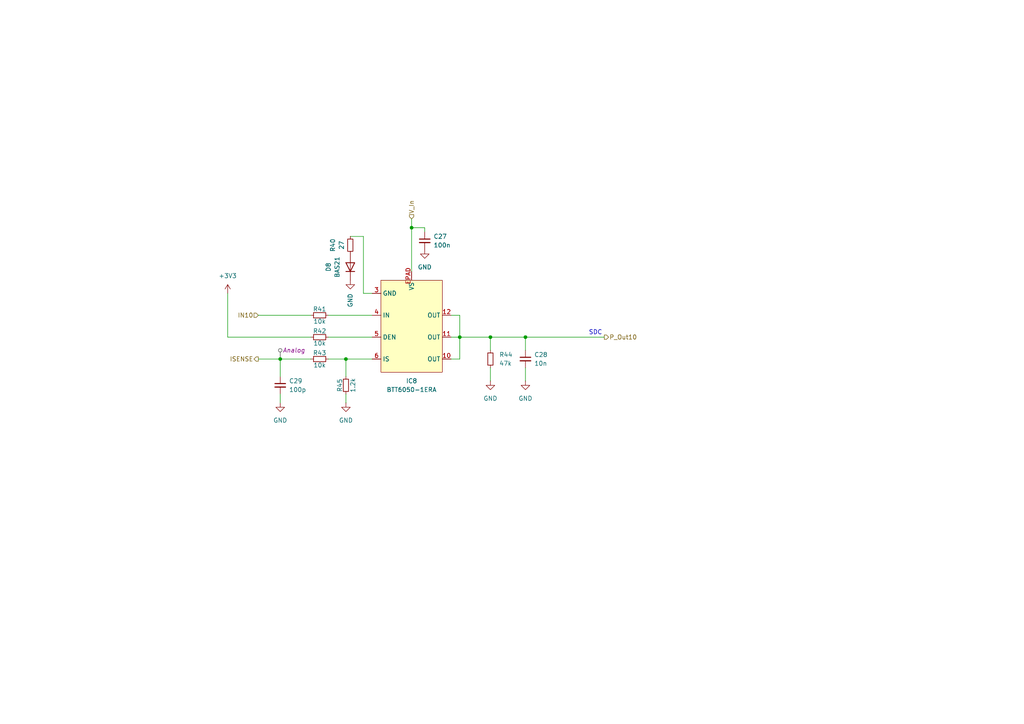
<source format=kicad_sch>
(kicad_sch (version 20231120) (generator "eeschema") (generator_version "8.0")
  (paper "A4")
  (title_block (title "PDU FT25") (date "2024-11-18") (rev "V1.0") (company "Janek Herm") (comment 1 "FaSTTUBe Electronics"))
  (lib_symbols
    (symbol "Device:C_Small" (pin_numbers hide) (pin_names (offset 0.254) hide)
      (property "Reference" "C" (at 0.254 1.778 0))
      (property "Value" "C_Small" (at 0.254 -2.032 0))
      (symbol "C_Small_0_1"
        (polyline (pts (xy -1.524 -0.508) (xy 1.524 -0.508)) (stroke (width 0.3302)))
        (polyline (pts (xy -1.524 0.508) (xy 1.524 0.508)) (stroke (width 0.3048)))
      )
      (symbol "C_Small_1_1"
        (pin passive line (at 0 2.54 270) (length 2.032) (name "~") (number "1"))
        (pin passive line (at 0 -2.54 90) (length 2.032) (name "~") (number "2"))
      )
    )
    (symbol "Device:R_Small" (pin_numbers hide) (pin_names (offset 0.254) hide)
      (property "Reference" "R" (at 0.762 0.508 0))
      (property "Value" "R_Small" (at 0.762 -1.016 0))
      (symbol "R_Small_0_1"
        (rectangle (start -0.762 1.778) (end 0.762 -1.778) (stroke (width 0.2032)))
      )
      (symbol "R_Small_1_1"
        (pin passive line (at 0 2.54 270) (length 0.762) (name "~") (number "1"))
        (pin passive line (at 0 -2.54 90) (length 0.762) (name "~") (number "2"))
      )
    )
    (symbol "Diode:BAS21" (pin_numbers hide) (pin_names hide)
      (property "Reference" "D" (at 0 2.54 0))
      (property "Value" "BAS21" (at 0 -2.54 0))
      (symbol "BAS21_0_1"
        (polyline (pts (xy -1.27 1.27) (xy -1.27 -1.27)) (stroke (width 0.254)))
        (polyline (pts (xy 1.27 0) (xy -1.27 0)))
        (polyline (pts (xy 1.27 1.27) (xy 1.27 -1.27) (xy -1.27 0) (xy 1.27 1.27)) (stroke (width 0.254)))
      )
      (symbol "BAS21_1_1"
        (pin passive line (at 3.81 0 180) (length 2.54) (name "A") (number "1"))
        (pin no_connect line (at -1.27 0 0) (length 2.54) hide (name "NC") (number "2"))
        (pin passive line (at -3.81 0 0) (length 2.54) (name "K") (number "3"))
      )
    )
    (symbol "FaSTTUBe_Power-Switches:BTT6050-1ERA"
      (property "Reference" "IC" (at 0.254 -28.956 0))
      (property "Value" "BTT6050-1ERA" (at 0.508 -31.242 0))
      (symbol "BTT6050-1ERA_1_1"
        (rectangle (start -8.89 -1.27) (end 8.89 -27.94) (fill (type background)))
        (pin passive line (at 11.43 -24.13 180) (length 2.54) (name "OUT") (number "10"))
        (pin passive line (at 11.43 -17.78 180) (length 2.54) (name "OUT") (number "11"))
        (pin power_out line (at 11.43 -11.43 180) (length 2.54) (name "OUT") (number "12"))
        (pin output line (at -11.43 -5.08 0) (length 2.54) (name "GND") (number "3"))
        (pin input line (at -11.43 -11.43 0) (length 2.54) (name "IN") (number "4"))
        (pin input line (at -11.43 -17.78 0) (length 2.54) (name "DEN") (number "5"))
        (pin output line (at -11.43 -24.13 0) (length 2.54) (name "IS") (number "6"))
        (pin input line (at 0 1.27 270) (length 2.54) (name "VS") (number "EPAD"))
      )
    )
    (symbol "power:+3.3V" (power) (pin_numbers hide) (pin_names (offset 0) hide)
      (property "Value" "+3.3V" (at 0 3.556 0))
      (symbol "+3.3V_0_1"
        (polyline (pts (xy -0.762 1.27) (xy 0 2.54)))
        (polyline (pts (xy 0 0) (xy 0 2.54)))
        (polyline (pts (xy 0 2.54) (xy 0.762 1.27)))
      )
      (symbol "+3.3V_1_1"
        (pin power_in line (at 0 0 90) (length 0) (name "~") (number "1"))
      )
    )
    (symbol "power:GND" (power) (pin_numbers hide) (pin_names (offset 0) hide)
      (property "Value" "GND" (at 0 -3.81 0))
      (symbol "GND_0_1"
        (polyline (pts (xy 0 0) (xy 0 -1.27) (xy 1.27 -1.27) (xy 0 -2.54) (xy -1.27 -1.27) (xy 0 -1.27)))
      )
      (symbol "GND_1_1"
        (pin power_in line (at 0 0 270) (length 0) (name "~") (number "1"))
      )
    )
  )
  (junction (at 152.4 97.79))
  (junction (at 133.35 97.79))
  (junction (at 142.24 97.79))
  (junction (at 119.38 66.04))
  (junction (at 81.28 104.14))
  (junction (at 100.33 104.14))
  (wire (pts (xy 81.28 104.14) (xy 81.28 109.22)))
  (wire (pts (xy 152.4 97.79) (xy 175.26 97.79)))
  (wire (pts (xy 142.24 97.79) (xy 152.4 97.79)))
  (wire (pts (xy 74.93 91.44) (xy 90.17 91.44)))
  (wire (pts (xy 130.81 91.44) (xy 133.35 91.44)))
  (wire (pts (xy 66.04 97.79) (xy 90.17 97.79)))
  (wire (pts (xy 119.38 66.04) (xy 119.38 78.74)))
  (wire (pts (xy 119.38 63.5) (xy 119.38 66.04)))
  (wire (pts (xy 105.41 68.58) (xy 101.6 68.58)))
  (wire (pts (xy 105.41 85.09) (xy 107.95 85.09)))
  (wire (pts (xy 133.35 97.79) (xy 142.24 97.79)))
  (wire (pts (xy 130.81 104.14) (xy 133.35 104.14)))
  (wire (pts (xy 100.33 114.3) (xy 100.33 116.84)))
  (wire (pts (xy 81.28 104.14) (xy 90.17 104.14)))
  (wire (pts (xy 133.35 91.44) (xy 133.35 97.79)))
  (wire (pts (xy 95.25 104.14) (xy 100.33 104.14)))
  (wire (pts (xy 74.93 104.14) (xy 81.28 104.14)))
  (wire (pts (xy 66.04 97.79) (xy 66.04 85.09)))
  (wire (pts (xy 152.4 106.68) (xy 152.4 110.49)))
  (wire (pts (xy 95.25 91.44) (xy 107.95 91.44)))
  (wire (pts (xy 100.33 104.14) (xy 107.95 104.14)))
  (wire (pts (xy 123.19 66.04) (xy 119.38 66.04)))
  (wire (pts (xy 123.19 66.04) (xy 123.19 67.31)))
  (wire (pts (xy 130.81 97.79) (xy 133.35 97.79)))
  (wire (pts (xy 100.33 104.14) (xy 100.33 109.22)))
  (wire (pts (xy 133.35 104.14) (xy 133.35 97.79)))
  (wire (pts (xy 95.25 97.79) (xy 107.95 97.79)))
  (wire (pts (xy 81.28 114.3) (xy 81.28 116.84)))
  (wire (pts (xy 142.24 97.79) (xy 142.24 101.6)))
  (wire (pts (xy 142.24 106.68) (xy 142.24 110.49)))
  (wire (pts (xy 152.4 97.79) (xy 152.4 101.6)))
  (wire (pts (xy 105.41 68.58) (xy 105.41 85.09)))
  (text "SDC" (at 172.72 96.52 0) (effects (font (size 1.27 1.27))))
  (hierarchical_label "IN10" (shape input) (at 74.93 91.44 180))
  (hierarchical_label "V_In" (shape input) (at 119.38 63.5 90))
  (hierarchical_label "P_Out10" (shape output) (at 175.26 97.79 0))
  (hierarchical_label "ISENSE" (shape output) (at 74.93 104.14 180))
  (netclass_flag "" (length 2.54) (shape round) (at 81.28 104.14 0) (property "Netclass" "Analog" (at 81.9785 101.6 0) (effects (font (italic yes)) (justify left))))
  (symbol (lib_id "Device:R_Small") (at 92.71 104.14 270) (unit 1)
    (property "Reference" "R43" (at 92.71 102.362 90))
    (property "Value" "10k" (at 92.71 105.918 90))
    (property "Footprint" "Resistor_SMD:R_0603_1608Metric_Pad0.98x0.95mm_HandSolder" (effects (hide yes)))
    (property "Description" "Resistor, small symbol" (effects (hide yes)))
  )
  (symbol (lib_id "Device:C_Small") (at 123.19 69.85 0) (unit 1)
    (property "Reference" "C27" (at 125.73 68.5862 0) (effects (justify left)))
    (property "Value" "100n" (at 125.73 71.1262 0) (effects (justify left)))
    (property "Footprint" "Capacitor_SMD:C_0603_1608Metric_Pad1.08x0.95mm_HandSolder" (effects (hide yes)))
    (property "Description" "Unpolarized capacitor, small symbol" (effects (hide yes)))
  )
  (symbol (lib_id "power:GND") (at 142.24 110.49 0) (unit 1)
    (property "Reference" "#PWR077" (effects (hide yes)))
    (property "Value" "GND" (at 142.24 115.57 0))
    (property "Description" "Power symbol creates a global label with name \"GND\" , ground" (effects (hide yes)))
  )
  (symbol (lib_id "Device:R_Small") (at 100.33 111.76 0) (unit 1)
    (property "Reference" "R45" (at 98.552 111.76 90))
    (property "Value" "1.2k" (at 102.362 111.76 90))
    (property "Footprint" "Resistor_SMD:R_0603_1608Metric_Pad0.98x0.95mm_HandSolder" (effects (hide yes)))
    (property "Description" "Resistor, small symbol" (effects (hide yes)))
  )
  (symbol (lib_id "power:GND") (at 152.4 110.49 0) (unit 1)
    (property "Reference" "#PWR078" (effects (hide yes)))
    (property "Value" "GND" (at 152.4 115.57 0))
    (property "Description" "Power symbol creates a global label with name \"GND\" , ground" (effects (hide yes)))
  )
  (symbol (lib_id "Diode:BAS21") (at 101.6 77.47 90) (unit 1)
    (property "Reference" "D8" (at 95.25 77.47 0))
    (property "Value" "BAS21" (at 97.79 77.47 0))
    (property "Footprint" "Package_TO_SOT_SMD:SOT-23" (effects (hide yes)))
    (property "Datasheet" "https://www.diodes.com/assets/Datasheets/Ds12004.pdf" (effects (hide yes)))
    (property "Description" "250V, 0.4A, High-speed Switching Diode, SOT-23" (effects (hide yes)))
  )
  (symbol (lib_id "Device:C_Small") (at 81.28 111.76 0) (unit 1)
    (property "Reference" "C29" (at 83.82 110.4962 0) (effects (justify left)))
    (property "Value" "100p" (at 83.82 113.0362 0) (effects (justify left)))
    (property "Footprint" "Capacitor_SMD:C_0603_1608Metric_Pad1.08x0.95mm_HandSolder" (effects (hide yes)))
    (property "Description" "Unpolarized capacitor, small symbol" (effects (hide yes)))
  )
  (symbol (lib_id "Device:R_Small") (at 101.6 71.12 180) (unit 1)
    (property "Reference" "R40" (at 96.52 71.12 90))
    (property "Value" "27" (at 99.06 71.12 90))
    (property "Footprint" "Resistor_SMD:R_0603_1608Metric_Pad0.98x0.95mm_HandSolder" (effects (hide yes)))
    (property "Description" "Resistor, small symbol" (effects (hide yes)))
  )
  (symbol (lib_id "power:GND") (at 123.19 72.39 0) (unit 1)
    (property "Reference" "#PWR074" (effects (hide yes)))
    (property "Value" "GND" (at 123.19 77.47 0))
    (property "Description" "Power symbol creates a global label with name \"GND\" , ground" (effects (hide yes)))
  )
  (symbol (lib_id "Device:R_Small") (at 142.24 104.14 0) (unit 1)
    (property "Reference" "R44" (at 144.78 102.8699 0) (effects (justify left)))
    (property "Value" "47k" (at 144.78 105.4099 0) (effects (justify left)))
    (property "Footprint" "Resistor_SMD:R_0603_1608Metric_Pad0.98x0.95mm_HandSolder" (effects (hide yes)))
    (property "Description" "Resistor, small symbol" (effects (hide yes)))
  )
  (symbol (lib_id "Device:C_Small") (at 152.4 104.14 0) (unit 1)
    (property "Reference" "C28" (at 154.94 102.8762 0) (effects (justify left)))
    (property "Value" "10n" (at 154.94 105.4162 0) (effects (justify left)))
    (property "Footprint" "Capacitor_SMD:C_0603_1608Metric_Pad1.08x0.95mm_HandSolder" (effects (hide yes)))
    (property "Description" "Unpolarized capacitor, small symbol" (effects (hide yes)))
  )
  (symbol (lib_id "Device:R_Small") (at 92.71 91.44 270) (unit 1)
    (property "Reference" "R41" (at 92.71 89.662 90))
    (property "Value" "10k" (at 92.71 93.218 90))
    (property "Footprint" "Resistor_SMD:R_0603_1608Metric_Pad0.98x0.95mm_HandSolder" (effects (hide yes)))
    (property "Description" "Resistor, small symbol" (effects (hide yes)))
  )
  (symbol (lib_id "power:+3.3V") (at 66.04 85.09 0) (unit 1)
    (property "Reference" "#PWR076" (effects (hide yes)))
    (property "Value" "+3V3" (at 66.04 80.01 0))
    (property "Description" "Power symbol creates a global label with name \"+3.3V\"" (effects (hide yes)))
  )
  (symbol (lib_id "power:GND") (at 100.33 116.84 0) (unit 1)
    (property "Reference" "#PWR080" (effects (hide yes)))
    (property "Value" "GND" (at 100.33 121.92 0))
    (property "Description" "Power symbol creates a global label with name \"GND\" , ground" (effects (hide yes)))
  )
  (symbol (lib_id "power:GND") (at 81.28 116.84 0) (unit 1)
    (property "Reference" "#PWR079" (effects (hide yes)))
    (property "Value" "GND" (at 81.28 121.92 0))
    (property "Description" "Power symbol creates a global label with name \"GND\" , ground" (effects (hide yes)))
  )
  (symbol (lib_id "power:GND") (at 101.6 81.28 0) (unit 1)
    (property "Reference" "#PWR075" (effects (hide yes)))
    (property "Value" "GND" (at 101.5999 85.09 90) (effects (justify right)))
    (property "Description" "Power symbol creates a global label with name \"GND\" , ground" (effects (hide yes)))
  )
  (symbol (lib_id "FaSTTUBe_Power-Switches:BTT6050-1ERA") (at 119.38 80.01 0) (unit 1)
    (property "Reference" "IC8" (at 119.38 110.49 0))
    (property "Value" "BTT6050-1ERA" (at 119.38 113.03 0))
    (property "Footprint" "BTT6010-1ERB:SOIC14_BTT6010-1ERB_INF" (effects (hide yes)))
    (property "Datasheet" "https://www.infineon.com/dgdl/Infineon-BTT6050-1ERA-DS-v01_00-EN.pdf?fileId=5546d46269e1c019016a21fa5b7a0d8a" (effects (hide yes)))
  )
  (symbol (lib_id "Device:R_Small") (at 92.71 97.79 270) (unit 1)
    (property "Reference" "R42" (at 92.71 96.012 90))
    (property "Value" "10k" (at 92.71 99.568 90))
    (property "Footprint" "Resistor_SMD:R_0603_1608Metric_Pad0.98x0.95mm_HandSolder" (effects (hide yes)))
    (property "Description" "Resistor, small symbol" (effects (hide yes)))
  )
)
</source>
